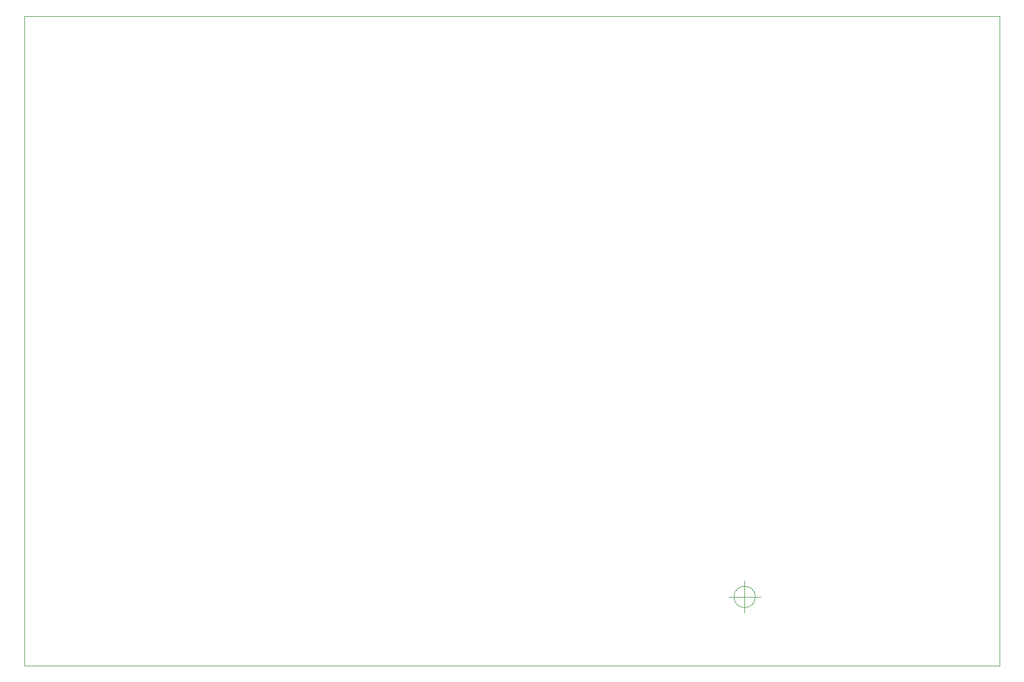
<source format=gbr>
%TF.GenerationSoftware,KiCad,Pcbnew,(5.1.6)-1*%
%TF.CreationDate,2020-07-26T20:56:43-07:00*%
%TF.ProjectId,BPEM488TDHAux,4250454d-3438-4385-9444-484175782e6b,rev?*%
%TF.SameCoordinates,Original*%
%TF.FileFunction,Profile,NP*%
%FSLAX46Y46*%
G04 Gerber Fmt 4.6, Leading zero omitted, Abs format (unit mm)*
G04 Created by KiCad (PCBNEW (5.1.6)-1) date 2020-07-26 20:56:43*
%MOMM*%
%LPD*%
G01*
G04 APERTURE LIST*
%TA.AperFunction,Profile*%
%ADD10C,0.050000*%
%TD*%
G04 APERTURE END LIST*
D10*
X164996666Y-141650000D02*
G75*
G03*
X164996666Y-141650000I-1666666J0D01*
G01*
X160830000Y-141650000D02*
X165830000Y-141650000D01*
X163330000Y-139150000D02*
X163330000Y-144150000D01*
X50800000Y-152400000D02*
X50800000Y-50800000D01*
X203200000Y-152400000D02*
X50800000Y-152400000D01*
X203200000Y-50800000D02*
X203200000Y-152400000D01*
X50800000Y-50800000D02*
X203200000Y-50800000D01*
M02*

</source>
